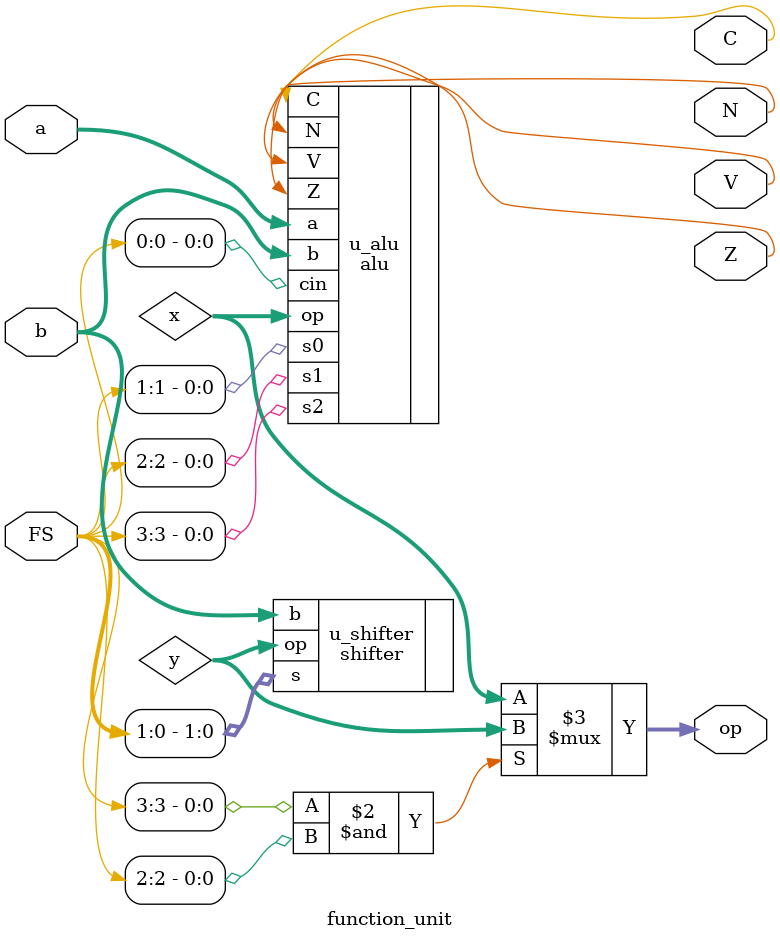
<source format=v>
module function_unit (a,b,FS,V,C,N,Z,op);
input [7:0] a,b;
input [3:0] FS;
output V,C,N,Z;
output [7:0] op;
wire [7:0] x,y,z;
alu u_alu(
	.a(a),
	.b(b),
	.s2(FS[3]),
	.s1(FS[2]),
	.s0(FS[1]),
	.cin(FS[0]),
	.C(C),
	.V(V),
	.N(N),
	.Z(Z),
	.op(x),
);
shifter u_shifter(
	.b(b),
	.s(FS[1:0]),
	.op(y),
);
reg [7:0] op;
always@(*)begin
	op=(FS[3]&FS[2])?y:x;
end
endmodule 

</source>
